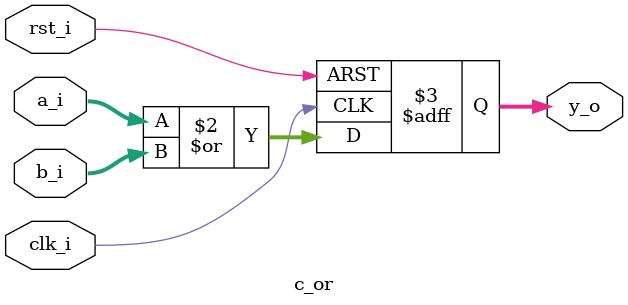
<source format=sv>
module c_or #(
    parameter Width = 8
)(
    input logic clk_i,
    input logic rst_i,
    input logic [Width-1:0] a_i,
    input logic [Width-1:0] b_i,
    output logic [Width-1:0] y_o
);

always_ff @(posedge clk_i or posedge rst_i) begin
if(rst_i) begin
    y_o <= 1'b0;
end else begin
    y_o <= a_i | b_i;
end 

end 

endmodule: c_or
</source>
